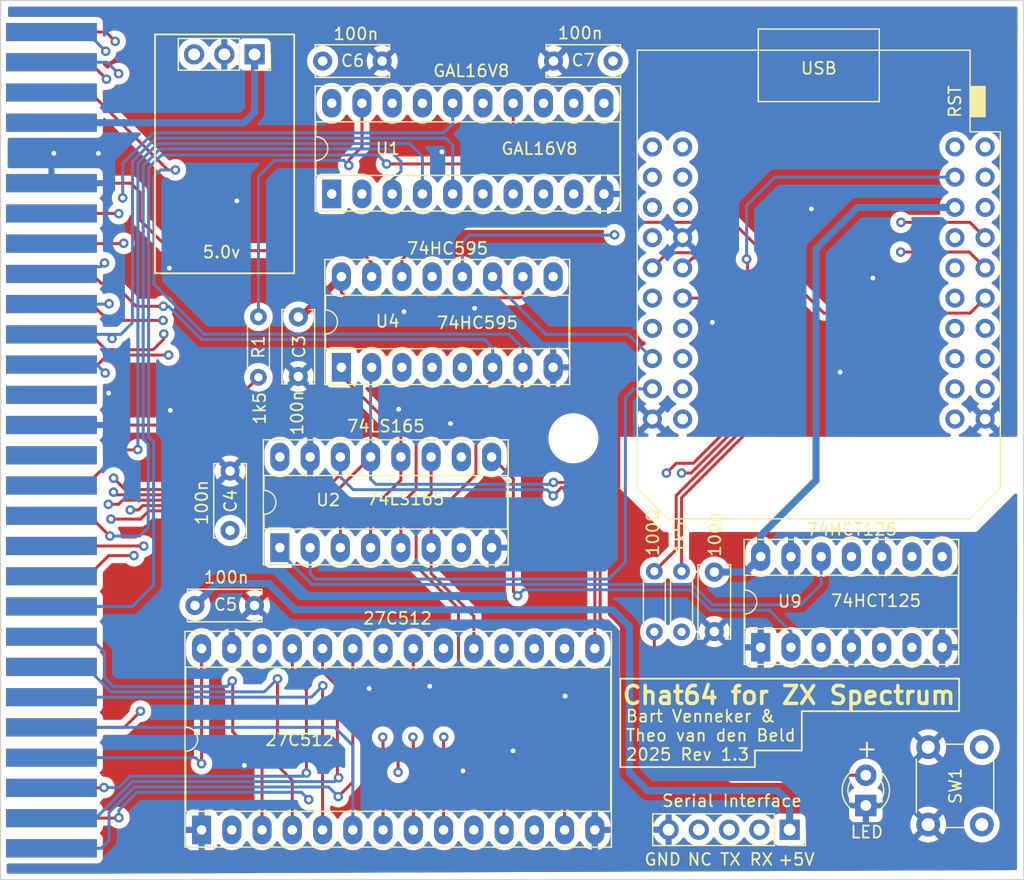
<source format=kicad_pcb>
(kicad_pcb (version 20240108) (generator "pcbnew") (generator_version "8.0")
  (layers (0 "F.Cu" signal) (1 "In1.Cu" signal) (2 "In2.Cu" signal) (31 "B.Cu" signal) (34 "B.Paste" user) (35 "F.Paste" user) (36 "B.SilkS" user "B.Silkscreen") (37 "F.SilkS" user "F.Silkscreen") (38 "B.Mask" user) (39 "F.Mask" user) (44 "Edge.Cuts" user))
  (net 0 "")
  (net 1 "GND")
  (net 2 "Net-(D1-Pad2)")
  (net 3 "RST")
  (net 4 "LED")
  (net 5 "iRST")
  (net 18 "sclk_1")
  (net 19 "oRST")
  (net 20 "oNMI")
  (net 21 "iIO1")
  (net 23 "RCLK")
  (net 25 "+5V")
  (net 30 "A2")
  (net 31 "A3")
  (net 32 "A4")
  (net 34 "A14")
  (net 35 "A15")
  (net 36 "D1")
  (net 37 "D2")
  (net 38 "D3")
  (net 39 "D4")
  (net 40 "D5")
  (net 42 "iIO2")
  (net 44 "D6")
  (net 45 "D7")
  (net 46 "RomCE")
  (net 51 "~{MREQ}")
  (net 53 "IO1")
  (net 55 "D0")
  (net 56 "IO2")
  (net 57 "~{NMI}")
  (net 58 "A5")
  (net 59 "A6")
  (net 62 "A8")
  (net 63 "A9")
  (net 64 "A10")
  (net 65 "A11")
  (net 67 "~{M1}")
  (net 74 "A12")
  (net 75 "A13")
  (net 76 "A7")
  (net 80 "~{RD}")
  (net 81 "~{RW}")
  (net 82 "A1")
  (net 83 "~{IORQ}")
  (net 84 "+9V")
  (net 85 "A0")
  (net 87 "Net-(R1-Pad1)")
  (net 88 "Net-(R2-Pad2)")
  (net 89 "sclk_2")
  (net 92 "oSdata")
  (net 93 "SPI CLK")
  (net 94 "MISO")
  (net 95 "MOSI")
  (net 96 "io26")
  (net 97 "io5")
  (net 98 "iSdata")
  (net 99 "iSdataH")
  (net 102 "+3V3")
  (net 104 "RX2")
  (net 105 "TX2")
  (footprint "Package_DIP:DIP-16_W7.62mm_Socket_LongPads" (layer "F.Cu") (at 85.167 94.43 90)
    (property "Reference" "U4")
    (property "Value" "74HC595")
  )
  (footprint "LED_THT:LED_D3.0mm" (layer "F.Cu") (at 129.198 131.242 90)
    (property "Reference" "D1" (hide yes))
    (property "Value" "LED")
  )
  (footprint "Capacitor_THT:C_Disc_D6.0mm_W2.5mm_P5.00mm" (layer "F.Cu") (at 107.975 68.7 180)
    (property "Reference" "C7")
    (property "Value" "100n")
  )
  (footprint "Resistor_THT:R_Axial_DIN0204_L3.6mm_D1.6mm_P5.08mm_Horizontal" (layer "F.Cu") (at 78.2 90.185 -90)
    (property "Reference" "R1")
    (property "Value" "1k5")
  )
  (footprint "Barts:ZX_Bus_Edge_Connector" (layer "F.Cu") (at 60.82 99.28 -90)
    (property "Reference" "Z1" (hide yes))
    (property "Value" "ZX48Bus" (hide yes))
  )
  (footprint "Capacitor_THT:C_Disc_D6.0mm_W2.5mm_P5.00mm" (layer "F.Cu") (at 81.55 90.2 -90)
    (property "Reference" "C3")
    (property "Value" "100n")
  )
  (footprint "Resistor_THT:R_Axial_DIN0204_L3.6mm_D1.6mm_P5.08mm_Horizontal" (layer "F.Cu") (at 113.7285 116.6495 90)
    (property "Reference" "R2" (hide yes))
    (property "Value" "1k5")
  )
  (footprint "Capacitor_THT:C_Disc_D6.0mm_W2.5mm_P5.00mm" (layer "F.Cu") (at 75.819 108.14 90)
    (property "Reference" "C4")
    (property "Value" "100n")
  )
  (footprint "MountingHole:MountingHole_3.2mm_M3" (layer "F.Cu") (at 104.648 100.3935)
    (property "Reference" "H1" (hide yes))
    (property "Value" "MountingHole" (hide yes))
  )
  (footprint "Resistor_THT:R_Axial_DIN0204_L3.6mm_D1.6mm_P5.08mm_Horizontal" (layer "F.Cu") (at 111.4425 111.5695 -90)
    (property "Reference" "R3" (hide yes))
    (property "Value" "100Ω")
  )
  (footprint "Capacitor_THT:C_Disc_D6.0mm_W2.5mm_P5.00mm" (layer "F.Cu") (at 83.591 68.7)
    (property "Reference" "C6")
    (property "Value" "100n")
  )
  (footprint "Package_DIP:DIP-20_W7.62mm_Socket_LongPads" (layer "F.Cu") (at 84.353 79.863 90)
    (property "Reference" "U1")
    (property "Value" "GAL16V8")
  )
  (footprint "Package_DIP:DIP-28_W15.24mm_Socket_LongPads" (layer "F.Cu") (at 73.425 133.295 90)
    (property "Reference" "U7" (hide yes))
    (property "Value" "27C512")
  )
  (footprint "Connector_PinSocket_2.54mm:PinSocket_1x05_P2.54mm_Vertical" (layer "F.Cu") (at 122.8 133.275 -90)
    (property "Reference" "J1" (hide yes))
    (property "Value" "Conn_01x05_Female" (hide yes))
  )
  (footprint "Package_DIP:DIP-14_W7.62mm_Socket_LongPads" (layer "F.Cu") (at 120.373 117.952 90)
    (property "Reference" "U9")
    (property "Value" "74HCT125")
  )
  (footprint "Capacitor_THT:C_Disc_D6.0mm_W2.5mm_P5.00mm" (layer "F.Cu") (at 116.478 111.63 -90)
    (property "Reference" "C8" (hide yes))
    (property "Value" "100n")
  )
  (footprint "Barts:5v_switching_TO220" (layer "F.Cu") (at 77.9 68.75 90)
    (property "Reference" "U5" (hide yes))
    (property "Value" "5v module (hx1314G based)" (hide yes))
  )
  (footprint "Capacitor_THT:C_Disc_D6.0mm_W2.5mm_P5.00mm" (layer "F.Cu") (at 72.87 114.44)
    (property "Reference" "C5")
    (property "Value" "100n")
  )
  (footprint "Button_Switch_THT:SW_PUSH_6mm" (layer "F.Cu") (at 134.438 132.842 90)
    (property "Reference" "SW1")
    (property "Value" "SW_Push" (hide yes))
  )
  (footprint "Barts:ESP32_mini" (layer "F.Cu") (at 125.250189 87.3455 180)
    (property "Reference" "U3" (hide yes))
    (property "Value" "mini_esp32" (hide yes))
  )
  (footprint "Package_DIP:DIP-16_W7.62mm_Socket_LongPads" (layer "F.Cu") (at 80 109.58 90)
    (property "Reference" "U2" (hide yes))
    (property "Value" "74LS165")
  )
  (gr_poly (pts (xy 137.033 123.317) (xy 123.825 123.317) (xy 123.825 126.619) (xy 119.888 126.619) (xy 119.888 128.016) (xy 108.585 128.016) (xy 108.585 120.5865) (xy 137.033 120.5865)) (stroke (width 0.15)) (fill none) (layer "F.SilkS"))
  (gr_rect (start 56.552 63.62) (end 142.447 137.47) (stroke (width 0.1)) (fill none) (layer "Edge.Cuts"))
  (gr_text "27C512" (at 89.875 115.525 0) (layer "F.SilkS") (effects (font (size 1 1))))
  (gr_text "74HC595" (at 94.075 84.45 0) (layer "F.SilkS") (effects (font (size 1 1))))
  (gr_text "Bart Venneker & \nTheo van den Beld \n2025 Rev 1.3" (at 108.966 125.349 0) (layer "F.SilkS") (effects (font (size 1 1)) (justify left)))
  (gr_text "Chat64 for ZX Spectrum" (at 122.7455 121.9835 0) (layer "F.SilkS") (effects (font (size 1.5 1.5) (thickness 0.3))))
  (gr_text "NC" (at 114.15 135.775 0) (layer "F.SilkS") (effects (font (size 1 1)) (justify left)))
  (gr_text "TX RX" (at 116.875 135.775 0) (layer "F.SilkS") (effects (font (size 1 1)) (justify left)))
  (gr_text "+" (at 129.2945 126.4175 0) (layer "F.SilkS") (effects (font (size 1.5 1.5) (thickness 0.17))))
  (gr_text "GAL16V8" (at 96.075 69.525 0) (layer "F.SilkS") (effects (font (size 1 1))))
  (gr_text "74HCT125" (at 128.025 108.05 0) (layer "F.SilkS") (effects (font (size 1 1))))
  (gr_text "Serial Interface" (at 112 130.85 0) (layer "F.SilkS") (effects (font (size 1 1)) (justify left)))
  (gr_text "+5V" (at 121.75 135.775 0) (layer "F.SilkS") (effects (font (size 1 1)) (justify left)))
  (gr_text "GND" (at 110.525 135.775 0) (layer "F.SilkS") (effects (font (size 1 1)) (justify left)))
  (gr_text "74LS165" (at 88.9 99.375 0) (layer "F.SilkS") (effects (font (size 1 1))))
  (via (at 70.725 86.1) (size 0.8) (drill 0.4) (layers "F.Cu" "B.Cu") (net 1))
  (via (at 77.02 127.87) (size 0.8) (drill 0.4) (layers "F.Cu" "B.Cu") (net 1))
  (via (at 124.632689 81.1255) (size 0.8) (drill 0.4) (layers "F.Cu" "B.Cu") (net 1))
  (via (at 99.575 126.65) (size 0.8) (drill 0.4) (layers "F.Cu" "B.Cu") (net 1))
  (via (at 93.599 76.327) (size 0.8) (drill 0.4) (layers "F.Cu" "B.Cu") (net 1))
  (via (at 61.0235 76.454) (size 0.8) (drill 0.4) (layers "F.Cu" "B.Cu") (net 1))
  (via (at 103.9495 122.047) (size 0.8) (drill 0.4) (layers "F.Cu" "B.Cu") (net 1))
  (via (at 89.975 97.95) (size 0.8) (drill 0.4) (layers "F.Cu" "B.Cu") (net 1))
  (via (at 65.625 96.6) (size 0.8) (drill 0.4) (layers "F.Cu" "B.Cu") (net 1))
  (via (at 96.357 89.47) (size 0.8) (drill 0.4) (layers "F.Cu" "B.Cu") (net 1))
  (via (at 127.045689 94.8415) (size 0.8) (drill 0.4) (layers "F.Cu" "B.Cu") (net 1))
  (via (at 116.314189 90.6505) (size 0.8) (drill 0.4) (layers "F.Cu" "B.Cu") (net 1))
  (via (at 92.583 121.2215) (size 0.8) (drill 0.4) (layers "F.Cu" "B.Cu") (net 1))
  (via (at 95.377 128.3335) (size 0.8) (drill 0.4) (layers "F.Cu" "B.Cu") (net 1))
  (via (at 64.77 76.46) (size 0.8) (drill 0.4) (layers "F.Cu" "B.Cu") (net 1))
  (via (at 129.794 86.9315) (size 0.8) (drill 0.4) (layers "F.Cu" "B.Cu") (net 1))
  (via (at 90.425 89.75) (size 0.8) (drill 0.4) (layers "F.Cu" "B.Cu") (net 1))
  (via (at 70.8 98.05) (size 0.8) (drill 0.4) (layers "F.Cu" "B.Cu") (net 1))
  (via (at 94.325 99.15) (size 0.8) (drill 0.4) (layers "F.Cu" "B.Cu") (net 1))
  (via (at 76.3905 80.4545) (size 0.8) (drill 0.4) (layers "F.Cu" "B.Cu") (net 1))
  (via (at 87.503 121.412) (size 0.8) (drill 0.4) (layers "F.Cu" "B.Cu") (net 1))
  (segment (start 118.052 128.702) (end 129.198 128.702) (width 0.25) (layer "F.Cu") (net 2))
  (segment (start 111.4425 122.0925) (end 118.052 128.702) (width 0.25) (layer "F.Cu") (net 2))
  (segment (start 111.4425 116.6495) (end 111.4425 122.0925) (width 0.25) (layer "F.Cu") (net 2))
  (segment (start 99.593 75.413) (end 99.593 72.243) (width 0.25) (layer "F.Cu") (net 3))
  (segment (start 97.663 77.343) (end 99.593 75.413) (width 0.25) (layer "F.Cu") (net 3))
  (segment (start 88.9635 77.343) (end 97.663 77.343) (width 0.25) (layer "F.Cu") (net 3))
  (via (at 88.9635 77.343) (size 0.8) (drill 0.4) (layers "F.Cu" "B.Cu") (net 3))
  (segment (start 68.97606 100.280842) (end 69.394031 100.698814) (width 0.25) (layer "B.Cu") (net 3))
  (segment (start 70.056653 76.597629) (end 68.97606 77.678222) (width 0.25) (layer "B.Cu") (net 3))
  (segment (start 68.97606 77.678222) (end 68.97606 100.280842) (width 0.25) (layer "B.Cu") (net 3))
  (segment (start 69.394031 112.730969) (end 67.605 114.52) (width 0.25) (layer "B.Cu") (net 3))
  (segment (start 88.218129 76.597629) (end 70.056653 76.597629) (width 0.25) (layer "B.Cu") (net 3))
  (segment (start 69.394031 100.698814) (end 69.394031 112.730969) (width 0.25) (layer "B.Cu") (net 3))
  (segment (start 67.605 114.52) (end 60.82 114.52) (width 0.25) (layer "B.Cu") (net 3))
  (segment (start 88.9635 77.343) (end 88.218129 76.597629) (width 0.25) (layer "B.Cu") (net 3))
  (segment (start 116.9945 84.8) (end 118.82452 86.63002) (width 0.25) (layer "F.Cu") (net 4))
  (segment (start 113.27898 109.73302) (end 111.4425 111.5695) (width 0.25) (layer "F.Cu") (net 4))
  (segment (start 118.82452 86.63002) (end 118.82452 99.65048) (width 0.25) (layer "F.Cu") (net 4))
  (segment (start 113.27898 105.196021) (end 113.27898 109.73302) (width 0.25) (layer "F.Cu") (net 4))
  (segment (start 111.280189 86.0755) (end 112.555689 84.8) (width 0.25) (layer "F.Cu") (net 4))
  (segment (start 118.82452 99.65048) (end 113.27898 105.196021) (width 0.25) (layer "F.Cu") (net 4))
  (segment (start 112.555689 84.8) (end 116.9945 84.8) (width 0.25) (layer "F.Cu") (net 4))
  (segment (start 82.54 111.765) (end 82.99548 112.22048) (width 0.25) (layer "B.Cu") (net 18))
  (segment (start 109.0125 110.8125) (end 109.0125 96.9625) (width 0.25) (layer "B.Cu") (net 18))
  (segment (start 111.280189 96.2355) (end 109.7395 96.2355) (width 0.25) (layer "B.Cu") (net 18))
  (segment (start 82.99548 112.22048) (end 107.60452 112.22048) (width 0.25) (layer "B.Cu") (net 18))
  (segment (start 82.54 109.58) (end 82.54 111.765) (width 0.25) (layer "B.Cu") (net 18))
  (segment (start 107.60452 112.22048) (end 109.0125 110.8125) (width 0.25) (layer "B.Cu") (net 18))
  (segment (start 109.7395 96.2355) (end 109.0125 96.9625) (width 0.25) (layer "B.Cu") (net 18))
  (segment (start 137.934689 82.25) (end 139.220189 83.5355) (width 0.25) (layer "F.Cu") (net 23))
  (segment (start 132.15 82.25) (end 137.934689 82.25) (width 0.25) (layer "F.Cu") (net 23))
  (via (at 132.15 82.25) (size 0.8) (drill 0.4) (layers "F.Cu" "B.Cu") (net 23))
  (via (at 108.1 83.3) (size 0.8) (drill 0.4) (layers "F.Cu" "B.Cu") (net 23))
  (segment (start 95.327 86.81) (end 95.327 83.898) (width 0.25) (layer "B.Cu") (net 23))
  (segment (start 95.9 83.325) (end 98.575 83.325) (width 0.25) (layer "B.Cu") (net 23))
  (segment (start 98.575 83.325) (end 107.525 83.325) (width 0.25) (layer "B.Cu") (net 23))
  (segment (start 95.327 83.898) (end 95.9 83.325) (width 0.25) (layer "B.Cu") (net 23))
  (segment (start 108.075 83.325) (end 108.1 83.3) (width 0.25) (layer "B.Cu") (net 23))
  (segment (start 107.525 83.325) (end 108.075 83.325) (width 0.25) (layer "B.Cu") (net 23))
  (segment (start 85.612489 88.585489) (end 85.167 88.14) (width 0.25) (layer "F.Cu") (net 25))
  (segment (start 81.55 90.2) (end 81.777 90.2) (width 0.6) (layer "F.Cu") (net 25))
  (segment (start 73.425 127.725) (end 73.425 118.055) (width 0.25) (layer "F.Cu") (net 25))
  (segment (start 100.131511 88.585489) (end 85.612489 88.585489) (width 0.25) (layer "F.Cu") (net 25))
  (segment (start 100.407 88.31) (end 100.131511 88.585489) (width 0.25) (layer "F.Cu") (net 25))
  (segment (start 100.407 86.81) (end 100.407 88.31) (width 0.25) (layer "F.Cu") (net 25))
  (segment (start 81.777 90.2) (end 85.167 86.81) (width 0.6) (layer "F.Cu") (net 25))
  (segment (start 85.167 88.14) (end 85.167 86.81) (width 0.25) (layer "F.Cu") (net 25))
  (via (at 73.425 127.725) (size 0.8) (drill 0.4) (layers "F.Cu" "B.Cu") (net 25))
  (segment (start 79.075 112.6) (end 81.275 114.8) (width 0.6) (layer "B.Cu") (net 25))
  (segment (start 60.82 127.22) (end 72.92 127.22) (width 0.25) (layer "B.Cu") (net 25))
  (segment (start 109.347 128.4605) (end 110.8865 130) (width 0.6) (layer "B.Cu") (net 25))
  (segment (start 110.8865 130) (end 121.7905 130) (width 0.6) (layer "B.Cu") (net 25))
  (segment (start 121.7905 130) (end 122.8 131.0095) (width 0.6) (layer "B.Cu") (net 25))
  (segment (start 122.8 131.0095) (end 122.8 133.275) (width 0.6) (layer "B.Cu") (net 25))
  (segment (start 72.87 114.44) (end 74.71 112.6) (width 0.6) (layer "B.Cu") (net 25))
  (segment (start 107.942 114.8) (end 109.347 116.205) (width 0.6) (layer "B.Cu") (net 25))
  (segment (start 109.347 116.205) (end 109.347 128.4605) (width 0.6) (layer "B.Cu") (net 25))
  (segment (start 81.275 114.8) (end 107.942 114.8) (width 0.6) (layer "B.Cu") (net 25))
  (segment (start 74.71 112.6) (end 79.075 112.6) (width 0.6) (layer "B.Cu") (net 25))
  (segment (start 72.92 127.22) (end 73.425 127.725) (width 0.25) (layer "B.Cu") (net 25))
  (segment (start 91.205 125.535) (end 91.205 133.295) (width 0.25) (layer "F.Cu") (net 30))
  (segment (start 91.17 125.5) (end 91.205 125.535) (width 0.25) (layer "F.Cu") (net 30))
  (via (at 91.17 125.5) (size 0.8) (drill 0.4) (layers "F.Cu" "B.Cu") (net 30))
  (via (at 65.913 92.0115) (size 0.8) (drill 0.4) (layers "F.Cu" "B.Cu") (net 30))
  (segment (start 67.6275 77.119629) (end 69.563129 75.184) (width 0.25) (layer "B.Cu") (net 30))
  (segment (start 64.677 91.66) (end 65.1805 91.66) (width 0.25) (layer "B.Cu") (net 30))
  (segment (start 65.1805 91.66) (end 65.5615 91.66) (width 0.25) (layer "B.Cu") (net 30))
  (segment (start 65.5615 91.66) (end 65.913 92.0115) (width 0.25) (layer "B.Cu") (net 30))
  (segment (start 94.513 75.756) (end 94.513 79.863) (width 0.25) (layer "B.Cu") (net 30))
  (segment (start 66.65 91.66) (end 67.6275 90.6825) (width 0.25) (layer "B.Cu") (net 30))
  (segment (start 93.941 75.184) (end 94.513 75.756) (width 0.25) (layer "B.Cu") (net 30))
  (segment (start 69.563129 75.184) (end 93.941 75.184) (width 0.25) (layer "B.Cu") (net 30))
  (segment (start 67.6275 90.6825) (end 67.6275 77.119629) (width 0.25) (layer "B.Cu") (net 30))
  (segment (start 65.1805 91.66) (end 66.65 91.66) (width 0.25) (layer "B.Cu") (net 30))
  (segment (start 60.82 91.66) (end 64.677 91.66) (width 0.25) (layer "B.Cu") (net 30))
  (segment (start 88.665 125.525) (end 88.665 133.295) (width 0.25) (layer "F.Cu") (net 31))
  (segment (start 88.64 125.5) (end 88.665 125.525) (width 0.25) (layer "F.Cu") (net 31))
  (via (at 88.64 125.5) (size 0.8) (drill 0.4) (layers "F.Cu" "B.Cu") (net 31))
  (via (at 65.33 94.91) (size 0.8) (drill 0.4) (layers "F.Cu" "B.Cu") (net 31))
  (segment (start 64.62 94.2) (end 65.33 94.91) (width 0.25) (layer "B.Cu") (net 31))
  (segment (start 60.82 94.2) (end 64.62 94.2) (width 0.25) (layer "B.Cu") (net 31))
  (segment (start 84.61 124.68) (end 86.125 126.195) (width 0.25) (layer "B.Cu") (net 32))
  (segment (start 86.125 126.195) (end 86.125 133.295) (width 0.25) (layer "B.Cu") (net 32))
  (segment (start 60.82 124.68) (end 84.61 124.68) (width 0.25) (layer "B.Cu") (net 32))
  (via (at 65.38 67.88) (size 0.8) (drill 0.4) (layers "F.Cu" "B.Cu") (net 34))
  (segment (start 63.76 66.26) (end 65.38 67.88) (width 0.25) (layer "B.Cu") (net 34))
  (segment (start 60.82 66.26) (end 63.76 66.26) (width 0.25) (layer "B.Cu") (net 34))
  (segment (start 65.39 66.26) (end 60.82 66.26) (width 0.25) (layer "F.Cu") (net 35))
  (segment (start 66.17 67.04) (end 65.39 66.26) (width 0.25) (layer "F.Cu") (net 35))
  (via (at 66.17 67.04) (size 0.8) (drill 0.4) (layers "F.Cu" "B.Cu") (net 35))
  (segment (start 66.46 81.5) (end 60.82 81.5) (width 0.25) (layer "F.Cu") (net 36))
  (segment (start 65.6 105.94) (end 66.45 105.94) (width 0.25) (layer "F.Cu") (net 36))
  (segment (start 90.16 103.9) (end 90.16 101.96) (width 0.25) (layer "F.Cu") (net 36))
  (segment (start 88.46856 105.59144) (end 90.16 103.9) (width 0.25) (layer "F.Cu") (net 36))
  (segment (start 66.45 105.94) (end 66.79856 105.59144) (width 0.25) (layer "F.Cu") (net 36))
  (segment (start 90.16 101.96) (end 90.16 100.14) (width 0.25) (layer "F.Cu") (net 36))
  (segment (start 66.48 81.52) (end 66.46 81.5) (width 0.25) (layer "F.Cu") (net 36))
  (segment (start 66.79856 105.59144) (end 88.46856 105.59144) (width 0.25) (layer "F.Cu") (net 36))
  (segment (start 85.167 94.43) (end 85.167 95.147) (width 0.25) (layer "F.Cu") (net 36))
  (segment (start 85.167 95.147) (end 90.16 100.14) (width 0.25) (layer "F.Cu") (net 36))
  (via (at 65.6 105.94) (size 0.8) (drill 0.4) (layers "F.Cu" "B.Cu") (net 36))
  (via (at 66.48 81.52) (size 0.8) (drill 0.4) (layers "F.Cu" "B.Cu") (net 36))
  (segment (start 107.925 126.465) (end 105.045 129.345) (width 0.25) (layer "F.Cu") (net 37))
  (segment (start 107.925 116.525) (end 107.925 126.465) (width 0.25) (layer "F.Cu") (net 37))
  (segment (start 66.86 84.04) (end 60.82 84.04) (width 0.25) (layer "F.Cu") (net 37))
  (segment (start 84.092859 105.122859) (end 84.457141 105.122859) (width 0.25) (layer "F.Cu") (net 37))
  (segment (start 102.975 104.1) (end 105.65 104.1) (width 0.25) (layer "F.Cu") (net 37))
  (segment (start 103.905 130.485) (end 103.905 133.295) (width 0.25) (layer "F.Cu") (net 37))
  (segment (start 66.03 104.92) (end 66.25192 105.14192) (width 0.25) (layer "F.Cu") (net 37))
  (segment (start 66.89 84.01) (end 66.86 84.04) (width 0.25) (layer "F.Cu") (net 37))
  (segment (start 105.65 104.1) (end 106.89452 105.34452) (width 0.25) (layer "F.Cu") (net 37))
  (segment (start 106.89452 115.49452) (end 107.925 116.525) (width 0.25) (layer "F.Cu") (net 37))
  (segment (start 105.045 129.345) (end 103.905 130.485) (width 0.25) (layer "F.Cu") (net 37))
  (segment (start 84.457141 105.122859) (end 87.62 101.96) (width 0.25) (layer "F.Cu") (net 37))
  (segment (start 66.25192 105.14192) (end 84.073798 105.14192) (width 0.25) (layer "F.Cu") (net 37))
  (segment (start 84.073798 105.14192) (end 84.092859 105.122859) (width 0.25) (layer "F.Cu") (net 37))
  (segment (start 106.89452 105.34452) (end 106.89452 115.49452) (width 0.25) (layer "F.Cu") (net 37))
  (via (at 102.975 104.1) (size 0.8) (drill 0.4) (layers "F.Cu" "B.Cu") (net 37))
  (via (at 66.03 104.92) (size 0.8) (drill 0.4) (layers "F.Cu" "B.Cu") (net 37))
  (via (at 66.89 84.01) (size 0.8) (drill 0.4) (layers "F.Cu" "B.Cu") (net 37))
  (segment (start 87.62 103.82) (end 88.06048 104.26048) (width 0.25) (layer "B.Cu") (net 37))
  (segment (start 102.81452 104.26048) (end 102.975 104.1) (width 0.25) (layer "B.Cu") (net 37))
  (segment (start 87.62 101.96) (end 87.62 94.517) (width 0.25) (layer "B.Cu") (net 37))
  (segment (start 88.06048 104.26048) (end 101.53952 104.26048) (width 0.25) (layer "B.Cu") (net 37))
  (segment (start 101.53952 104.26048) (end 102.81452 104.26048) (width 0.25) (layer "B.Cu") (net 37))
  (segment (start 87.62 94.517) (end 87.707 94.43) (width 0.25) (layer "B.Cu") (net 37))
  (segment (start 87.62 101.96) (end 87.62 103.82) (width 0.25) (layer "B.Cu") (net 37))
  (segment (start 102.95 105.225) (end 103.62548 104.54952) (width 0.25) (layer "F.Cu") (net 38))
  (segment (start 70.25 92.056) (end 70.25 91.63) (width 0.25) (layer "F.Cu") (net 38))
  (segment (start 65.39148 92.95048) (end 69.35552 92.95048) (width 0.25) (layer "F.Cu") (net 38))
  (segment (start 60.82 91.66) (end 64.101 91.66) (width 0.25) (layer "F.Cu") (net 38))
  (segment (start 66.99402 104.6924) (end 83.8176 104.6924) (width 0.25) (layer "F.Cu") (net 38))
  (segment (start 105.463802 104.54952) (end 106.445 105.530718) (width 0.25) (layer "F.Cu") (net 38))
  (segment (start 64.101 91.66) (end 65.39148 92.95048) (width 0.25) (layer "F.Cu") (net 38))
  (segment (start 66.04162 103.74) (end 66.99402 104.6924) (width 0.25) (layer "F.Cu") (net 38))
  (segment (start 106.445 105.530718) (end 106.445 118.055) (width 0.25) (layer "F.Cu") (net 38))
  (segment (start 83.8176 104.6924) (end 85.08 103.43) (width 0.25) (layer "F.Cu") (net 38))
  (segment (start 85.08 103.43) (end 85.08 101.96) (width 0.25) (layer "F.Cu") (net 38))
  (segment (start 69.35552 92.95048) (end 70.25 92.056) (width 0.25) (layer "F.Cu") (net 38))
  (segment (start 64.42 91.66) (end 60.82 91.66) (width 0.25) (layer "F.Cu") (net 38))
  (segment (start 103.62548 104.54952) (end 105.463802 104.54952) (width 0.25) (layer "F.Cu") (net 38))
  (via (at 102.95 105.225) (size 0.8) (drill 0.4) (layers "F.Cu" "B.Cu") (net 38))
  (via (at 70.25 91.63) (size 0.8) (drill 0.4) (layers "F.Cu" "B.Cu") (net 38))
  (via (at 66.04162 103.74) (size 0.8) (drill 0.4) (layers "F.Cu" "B.Cu") (net 38))
  (segment (start 101.515 104.71) (end 102.435 104.71) (width 0.25) (layer "B.Cu") (net 38))
  (segment (start 102.435 104.71) (end 102.95 105.225) (width 0.25) (layer "B.Cu") (net 38))
  (segment (start 101.515 104.71) (end 86.15 104.71) (width 0.25) (layer "B.Cu") (net 38))
  (segment (start 85.08 103.64) (end 85.08 101.96) (width 0.25) (layer "B.Cu") (net 38))
  (segment (start 86.15 104.71) (end 85.08 103.64) (width 0.25) (layer "B.Cu") (net 38))
  (segment (start 83.73048 106.49048) (end 68.99952 106.49048) (width 0.25) (layer "F.Cu") (net 39))
  (segment (start 64.72 94.2) (end 60.82 94.2) (width 0.25) (layer "F.Cu") (net 39))
  (segment (start 70.66 93.4) (end 65.52 93.4) (width 0.25) (layer "F.Cu") (net 39))
  (segment (start 68.31 107.18) (end 65.82 107.18) (width 0.25) (layer "F.Cu") (net 39))
  (segment (start 85.08 109.58) (end 85.08 107.84) (width 0.25) (layer "F.Cu") (net 39))
  (segment (start 85.08 107.84) (end 83.73048 106.49048) (width 0.25) (layer "F.Cu") (net 39))
  (segment (start 65.52 93.4) (end 64.72 94.2) (width 0.25) (layer "F.Cu") (net 39))
  (segment (start 68.99952 106.49048) (end 68.31 107.18) (width 0.25) (layer "F.Cu") (net 39))
  (via (at 70.66 93.4) (size 0.8) (drill 0.4) (layers "F.Cu" "B.Cu") (net 39))
  (via (at 65.82 107.18) (size 0.8) (drill 0.4) (layers "F.Cu" "B.Cu") (net 39))
  (segment (start 65.57 90.49) (end 70.2 90.49) (width 0.25) (layer "F.Cu") (net 40))
  (segment (start 64.423 89.12) (end 60.82 89.12) (width 0.25) (layer "F.Cu") (net 40))
  (segment (start 86.68096 106.04096) (end 87.62 106.98) (width 0.25) (layer "F.Cu") (net 40))
  (segment (start 64.2 89.12) (end 65.11 90.03) (width 0.25) (layer "F.Cu") (net 40))
  (segment (start 65.11 90.03) (end 65.57 90.49) (width 0.25) (layer "F.Cu") (net 40))
  (segment (start 60.82 89.12) (end 64.2 89.12) (width 0.25) (layer "F.Cu") (net 40))
  (segment (start 87.62 106.98) (end 87.62 109.58) (width 0.25) (layer "F.Cu") (net 40))
  (segment (start 68.12594 106.41) (end 68.49498 106.04096) (width 0.25) (layer "F.Cu") (net 40))
  (segment (start 67.44 106.41) (end 68.12594 106.41) (width 0.25) (layer "F.Cu") (net 40))
  (segment (start 68.49498 106.04096) (end 86.68096 106.04096) (width 0.25) (layer "F.Cu") (net 40))
  (via (at 70.2 90.49) (size 0.8) (drill 0.4) (layers "F.Cu" "B.Cu") (net 40))
  (via (at 67.44 106.41) (size 0.8) (drill 0.4) (layers "F.Cu" "B.Cu") (net 40))
  (segment (start 91.44 104.67) (end 90.15 105.96) (width 0.25) (layer "F.Cu") (net 44))
  (segment (start 60.82 86.58) (end 64.21 86.58) (width 0.25) (layer "F.Cu") (net 44))
  (segment (start 97.867 94.43) (end 97.867 95.45) (width 0.25) (layer "F.Cu") (net 44))
  (segment (start 90.16 105.97) (end 90.16 109.58) (width 0.25) (layer "F.Cu") (net 44))
  (segment (start 67.94 89.3) (end 70.22 89.3) (width 0.25) (layer "F.Cu") (net 44))
  (segment (start 91.44 98.69) (end 91.44 104.67) (width 0.25) (layer "F.Cu") (net 44))
  (segment (start 97.867 95.45) (end 96.667 96.65) (width 0.25) (layer "F.Cu") (net 44))
  (segment (start 64.21 86.58) (end 64.91975 87.28975) (width 0.25) (layer "F.Cu") (net 44))
  (segment (start 96.667 96.65) (end 93.48 96.65) (width 0.25) (layer "F.Cu") (net 44))
  (segment (start 67.84 89.2) (end 67.94 89.3) (width 0.25) (layer "F.Cu") (net 44))
  (segment (start 66.016 87.376) (end 67.84 89.2) (width 0.25) (layer "F.Cu") (net 44))
  (segment (start 93.48 96.65) (end 91.44 98.69) (width 0.25) (layer "F.Cu") (net 44))
  (segment (start 90.15 105.96) (end 90.16 105.97) (width 0.25) (layer "F.Cu") (net 44))
  (segment (start 65.006 87.376) (end 66.016 87.376) (width 0.25) (layer "F.Cu") (net 44))
  (segment (start 65.006 87.376) (end 64.91975 87.28975) (width 0.25) (layer "F.Cu") (net 44))
  (via (at 70.22 89.3) (size 0.8) (drill 0.4) (layers "F.Cu" "B.Cu") (net 44))
  (segment (start 70.65 89.3) (end 70.22 89.3) (width 0.25) (layer "B.Cu") (net 44))
  (segment (start 97.867 92.777) (end 97.17952 92.08952) (width 0.25) (layer "B.Cu") (net 44))
  (segment (start 97.17952 92.08952) (end 73.43952 92.08952) (width 0.25) (layer "B.Cu") (net 44))
  (segment (start 73.43952 92.08952) (end 70.65 89.3) (width 0.25) (layer "B.Cu") (net 44))
  (segment (start 97.867 94.43) (end 97.867 92.777) (width 0.25) (layer "B.Cu") (net 44))
  (segment (start 92.7 109.58) (end 92.7 111.749282) (width 0.25) (layer "F.Cu") (net 45))
  (segment (start 96.285 115.334282) (end 96.285 118.055) (width 0.25) (layer "F.Cu") (net 45))
  (segment (start 92.7 107.189386) (end 96.46 103.429386) (width 0.25) (layer "F.Cu") (net 45))
  (segment (start 64.08 71.34) (end 60.82 71.34) (width 0.25) (layer "F.Cu") (net 45))
  (segment (start 92.7 111.749282) (end 96.285 115.334282) (width 0.25) (layer "F.Cu") (net 45))
  (segment (start 96.46 99.987) (end 100.34 96.107) (width 0.25) (layer "F.Cu") (net 45))
  (segment (start 92.7 109.58) (end 92.7 107.189386) (width 0.25) (layer "F.Cu") (net 45))
  (segment (start 71.23 77.85) (end 70.59 77.85) (width 0.25) (layer "F.Cu") (net 45))
  (segment (start 70.59 77.85) (end 64.08 71.34) (width 0.25) (layer "F.Cu") (net 45))
  (segment (start 100.34 96.107) (end 100.34 94.45) (width 0.25) (layer "F.Cu") (net 45))
  (segment (start 96.46 103.429386) (end 96.46 99.987) (width 0.25) (layer "F.Cu") (net 45))
  (via (at 71.23 77.85) (size 0.8) (drill 0.4) (layers "F.Cu" "B.Cu") (net 45))
  (segment (start 71.23 77.85) (end 70 77.85) (width 0.25) (layer "B.Cu") (net 45))
  (segment (start 69.42558 78.42442) (end 69.42558 87.439862) (width 0.25) (layer "B.Cu") (net 45))
  (segment (start 70 77.85) (end 69.42558 78.42442) (width 0.25) (layer "B.Cu") (net 45))
  (segment (start 69.42558 87.439862) (end 73.625718 91.64) (width 0.25) (layer "B.Cu") (net 45))
  (segment (start 73.625718 91.64) (end 99.23 91.64) (width 0.25) (layer "B.Cu") (net 45))
  (segment (start 99.23 91.64) (end 100.407 92.817) (width 0.25) (layer "B.Cu") (net 45))
  (segment (start 100.407 92.817) (end 100.407 94.43) (width 0.25) (layer "B.Cu") (net 45))
  (via (at 66.802 80.2005) (size 0.8) (drill 0.4) (layers "F.Cu" "B.Cu") (net 46))
  (segment (start 93.73448 74.73448) (end 94.513 73.95596) (width 0.25) (layer "B.Cu") (net 46))
  (segment (start 94.513 73.95596) (end 94.513 72.243) (width 0.25) (layer "B.Cu") (net 46))
  (segment (start 66.802 77.309411) (end 66.802 80.2005) (width 0.25) (layer "B.Cu") (net 46))
  (segment (start 69.376931 74.73448) (end 66.802 77.309411) (width 0.25) (layer "B.Cu") (net 46))
  (segment (start 93.73448 74.73448) (end 69.376931 74.73448) (width 0.25) (layer "B.Cu") (net 46))
  (segment (start 66.71 101.37) (end 68.048 101.37) (width 0.25) (layer "F.Cu") (net 51))
  (segment (start 60.82 104.36) (end 63.72 104.36) (width 0.25) (layer "F.Cu") (net 51))
  (segment (start 65.05 103.03) (end 66.71 101.37) (width 0.25) (layer "F.Cu") (net 51))
  (segment (start 68.048 101.37) (end 68.072 101.346) (width 0.25) (layer "F.Cu") (net 51))
  (segment (start 63.72 104.36) (end 65.05 103.03) (width 0.25) (layer "F.Cu") (net 51))
  (via (at 68.072 101.346) (size 0.8) (drill 0.4) (layers "F.Cu" "B.Cu") (net 51))
  (segment (start 68.07702 77.305827) (end 69.749327 75.63352) (width 0.25) (layer "B.Cu") (net 51))
  (segment (start 90.90852 75.63352) (end 91.973 76.698) (width 0.25) (layer "B.Cu") (net 51))
  (segment (start 91.973 76.698) (end 91.973 79.863) (width 0.25) (layer "B.Cu") (net 51))
  (segment (start 68.07702 101.34098) (end 68.07702 77.305827) (width 0.25) (layer "B.Cu") (net 51))
  (segment (start 69.749327 75.63352) (end 90.90852 75.63352) (width 0.25) (layer "B.Cu") (net 51))
  (segment (start 68.072 101.346) (end 68.07702 101.34098) (width 0.25) (layer "B.Cu") (net 51))
  (segment (start 80 109.58) (end 80 109.98) (width 0.25) (layer "B.Cu") (net 53))
  (segment (start 82.69 112.67) (end 114.60904 112.67) (width 0.25) (layer "B.Cu") (net 53))
  (segment (start 114.60904 112.67) (end 116.31952 114.38048) (width 0.25) (layer "B.Cu") (net 53))
  (segment (start 116.31952 114.38048) (end 123.72952 114.38048) (width 0.25) (layer "B.Cu") (net 53))
  (segment (start 125.453 112.657) (end 125.453 110.332) (width 0.25) (layer "B.Cu") (net 53))
  (segment (start 80 109.98) (end 82.69 112.67) (width 0.25) (layer "B.Cu") (net 53))
  (segment (start 123.72952 114.38048) (end 125.453 112.657) (width 0.25) (layer "B.Cu") (net 53))
  (segment (start 87.707 86.81) (end 87.707 85.632) (width 0.25) (layer "F.Cu") (net 55))
  (segment (start 94.996 124.333) (end 98.825 128.162) (width 0.25) (layer "F.Cu") (net 55))
  (segment (start 98.825 128.162) (end 98.825 133.295) (width 0.25) (layer "F.Cu") (net 55))
  (segment (start 70.825 84.625) (end 68.25 82.05) (width 0.25) (layer "F.Cu") (net 55))
  (segment (start 91.4435 106.2965) (end 91.4435 111.1285) (width 0.25) (layer "F.Cu") (net 55))
  (segment (start 87.707 85.632) (end 86.7 84.625) (width 0.25) (layer "F.Cu") (net 55))
  (segment (start 91.4435 111.1285) (end 94.996 114.681) (width 0.25) (layer "F.Cu") (net 55))
  (segment (start 68.25 82.05) (end 68.25 79.725) (width 0.25) (layer "F.Cu") (net 55))
  (segment (start 92.7 101.96) (end 92.7 105.04) (width 0.25) (layer "F.Cu") (net 55))
  (segment (start 86.7 84.625) (end 70.825 84.625) (width 0.25) (layer "F.Cu") (net 55))
  (segment (start 67.485 78.96) (end 60.82 78.96) (width 0.25) (layer "F.Cu") (net 55))
  (segment (start 94.996 114.681) (end 94.996 124.333) (width 0.25) (layer "F.Cu") (net 55))
  (segment (start 92.7 105.04) (end 91.4435 106.2965) (width 0.25) (layer "F.Cu") (net 55))
  (segment (start 68.25 79.725) (end 67.485 78.96) (width 0.25) (layer "F.Cu") (net 55))
  (segment (start 74.185 99.28) (end 78.2 95.265) (width 0.25) (layer "F.Cu") (net 57))
  (segment (start 60.82 99.28) (end 74.185 99.28) (width 0.25) (layer "F.Cu") (net 57))
  (segment (start 83.585 133.295) (end 83.585 121.205) (width 0.25) (layer "F.Cu") (net 58))
  (segment (start 83.585 121.205) (end 83.61 121.18) (width 0.25) (layer "F.Cu") (net 58))
  (via (at 83.61 121.18) (size 0.8) (drill 0.4) (layers "F.Cu" "B.Cu") (net 58))
  (segment (start 82.9005 121.8895) (end 83.61 121.18) (width 0.25) (layer "B.Cu") (net 58))
  (segment (start 82.65 122.14) (end 82.9005 121.8895) (width 0.25) (layer "B.Cu") (net 58))
  (segment (start 60.82 122.14) (end 82.65 122.14) (width 0.25) (layer "B.Cu") (net 58))
  (segment (start 81.045 129.135) (end 79.8 127.89) (width 0.25) (layer "F.Cu") (net 59))
  (segment (start 81.045 133.295) (end 81.045 129.135) (width 0.25) (layer "F.Cu") (net 59))
  (segment (start 79.8 127.89) (end 79.8 120.6) (width 0.25) (layer "F.Cu") (net 59))
  (via (at 79.8 120.6) (size 0.8) (drill 0.4) (layers "F.Cu" "B.Cu") (net 59))
  (segment (start 63.88602 119.6) (end 63.88602 119.76602) (width 0.25) (layer "B.Cu") (net 59))
  (segment (start 65.81048 121.69048) (end 78.70952 121.69048) (width 0.25) (layer "B.Cu") (net 59))
  (segment (start 63.88602 119.76602) (end 65.81048 121.69048) (width 0.25) (layer "B.Cu") (net 59))
  (segment (start 78.70952 121.69048) (end 79.8 120.6) (width 0.25) (layer "B.Cu") (net 59))
  (segment (start 60.82 119.6) (end 63.88602 119.6) (width 0.25) (layer "B.Cu") (net 59))
  (segment (start 65.200002 129.76) (end 65.229502 129.7305) (width 0.25) (layer "F.Cu") (net 62))
  (segment (start 82.23 128.51) (end 82.23 121.57) (width 0.25) (layer "F.Cu") (net 62))
  (segment (start 81.045 120.385) (end 81.045 118.055) (width 0.25) (layer "F.Cu") (net 62))
  (segment (start 82.23 121.57) (end 81.045 120.385) (width 0.25) (layer "F.Cu") (net 62))
  (segment (start 60.82 129.76) (end 65.200002 129.76) (width 0.25) (layer "F.Cu") (net 62))
  (via (at 82.23 128.51) (size 0.8) (drill 0.4) (layers "F.Cu" "B.Cu") (net 62))
  (via (at 65.229502 129.7305) (size 0.8) (drill 0.4) (layers "F.Cu" "B.Cu") (net 62))
  (segment (start 67.443991 128.784991) (end 81.955009 128.784991) (width 0.25) (layer "B.Cu") (net 62))
  (segment (start 65.229502 129.7305) (end 66.4845 129.7305) (width 0.25) (layer "B.Cu") (net 62))
  (segment (start 81.955009 128.784991) (end 82.23 128.51) (width 0.25) (layer "B.Cu") (net 62))
  (segment (start 67.437 128.778) (end 67.443991 128.784991) (width 0.25) (layer "B.Cu") (net 62))
  (segment (start 66.4845 129.7305) (end 67.437 128.778) (width 0.25) (layer "B.Cu") (net 62))
  (segment (start 84.93 128.91) (end 84.83 128.81) (width 0.25) (layer "F.Cu") (net 63))
  (segment (start 83.585 119.995) (end 83.585 118.055) (width 0.25) (layer "F.Cu") (net 63))
  (segment (start 84.83 121.24) (end 83.585 119.995) (width 0.25) (layer "F.Cu") (net 63))
  (segment (start 84.83 128.81) (end 84.83 121.24) (width 0.25) (layer "F.Cu") (net 63))
  (via (at 84.93 128.91) (size 0.8) (drill 0.4) (layers "F.Cu" "B.Cu") (net 63))
  (segment (start 84.93 128.91) (end 84.605489 129.234511) (width 0.25) (layer "B.Cu") (net 63))
  (segment (start 84.605489 129.234511) (end 67.616207 129.234511) (width 0.25) (layer "B.Cu") (net 63))
  (segment (start 64.550718 132.3) (end 60.82 132.3) (width 0.25) (layer "B.Cu") (net 63))
  (segment (start 67.616207 129.234511) (end 64.550718 132.3) (width 0.25) (layer "B.Cu") (net 63))
  (segment (start 64.65 132.3) (end 60.82 132.3) (width 0.25) (layer "F.Cu") (net 64))
  (segment (start 91.205 118.055) (end 91.205 120.315) (width 0.25) (layer "F.Cu") (net 64))
  (segment (start 66.455 132.3) (end 66.4845 132.2705) (width 0.25) (layer "F.Cu") (net 64))
  (segment (start 89.93 121.59) (end 89.93 128.4465) (width 0.25) (layer "F.Cu") (net 64))
  (segment (start 91.205 120.315) (end 89.93 121.59) (width 0.25) (layer "F.Cu") (net 64))
  (segment (start 64.65 132.3) (end 66.455 132.3) (width 0.25) (layer "F.Cu") (net 64))
  (via (at 89.93 128.4465) (size 0.8) (drill 0.4) (layers "F.Cu" "B.Cu") (net 64))
  (via (at 66.4845 132.2705) (size 0.8) (drill 0.4) (layers "F.Cu" "B.Cu") (net 64))
  (via (at 82.423 130.7465) (size 0.8) (drill 0.4) (layers "F.Cu" "B.Cu") (net 64))
  (segment (start 66.4845 131.637654) (end 67.988603 130.133551) (width 0.25) (layer "B.Cu") (net 64))
  (segment (start 67.988603 130.133551) (end 74.9935 130.133551) (width 0.25) (layer "B.Cu") (net 64))
  (segment (start 81.810051 130.133551) (end 82.423 130.7465) (width 0.25) (layer "B.Cu") (net 64))
  (segment (start 74.9935 130.133551) (end 81.0895 130.133551) (width 0.25) (layer "B.Cu") (net 64))
  (segment (start 66.4845 132.2705) (end 66.4845 131.637654) (width 0.25) (layer "B.Cu") (net 64))
  (segment (start 81.0895 130.133551) (end 81.810051 130.133551) (width 0.25) (layer "B.Cu") (net 64))
  (segment (start 84.8995 130.4925) (end 86.125 129.267) (width 0.25) (layer "F.Cu") (net 65))
  (segment (start 86.125 129.267) (end 86.125 118.055) (width 0.25) (layer "F.Cu") (net 65))
  (via (at 84.8995 130.4925) (size 0.8) (drill 0.4) (layers "F.Cu" "B.Cu") (net 65))
  (segment (start 60.82 134.84) (end 64.99 134.84) (width 0.25) (layer "B.Cu") (net 65))
  (segment (start 84.8995 130.4925) (end 84.091031 129.684031) (width 0.25) (layer "B.Cu") (net 65))
  (segment (start 67.802405 129.684031) (end 65.659 131.827436) (width 0.25) (layer "B.Cu") (net 65))
  (segment (start 84.091031 129.684031) (end 67.802405 129.684031) (width 0.25) (layer "B.Cu") (net 65))
  (segment (start 65.659 131.827436) (end 65.659 134.171) (width 0.25) (layer "B.Cu") (net 65))
  (segment (start 65.659 134.171) (end 64.99 134.84) (width 0.25) (layer "B.Cu") (net 65))
  (segment (start 60.82 124.68) (end 66.94 124.68) (width 0.25) (layer "F.Cu") (net 67))
  (segment (start 66.94 124.68) (end 68.3 123.32) (width 0.25) (layer "F.Cu") (net 67))
  (via (at 68.3 123.32) (size 0.8) (drill 0.4) (layers "F.Cu" "B.Cu") (net 67))
  (via (at 66.46 69.76) (size 0.8) (drill 0.4) (layers "F.Cu" "B.Cu") (net 74))
  (segment (start 60.82 68.8) (end 65.5 68.8) (width 0.25) (layer "B.Cu") (net 74))
  (segment (start 65.5 68.8) (end 66.46 69.76) (width 0.25) (layer "B.Cu") (net 74))
  (segment (start 60.82 68.8) (end 64.02 68.8) (width 0.25) (layer "F.Cu") (net 75))
  (segment (start 64.02 68.8) (end 65.44 70.22) (width 0.25) (layer "F.Cu") (net 75))
  (via (at 65.44 70.22) (size 0.8) (drill 0.4) (layers "F.Cu" "B.Cu") (net 75))
  (segment (start 78.505 127.515) (end 76.04 125.05) (width 0.25) (layer "F.Cu") (net 76))
  (segment (start 76.04 125.05) (end 76.04 120.8075) (width 0.25) (layer "F.Cu") (net 76))
  (segment (start 78.505 133.295) (end 78.505 127.515) (width 0.25) (layer "F.Cu") (net 76))
  (segment (start 76.04 120.8075) (end 76.0095 120.777) (width 0.25) (layer "F.Cu") (net 76))
  (via (at 76.0095 120.777) (size 0.8) (drill 0.4) (layers "F.Cu" "B.Cu") (net 76))
  (segment (start 63.974 117.06) (end 65.0875 118.1735) (width 0.25) (layer "B.Cu") (net 76))
  (segment (start 65.151 118.237) (end 65.278 118.364) (width 0.25) (layer "B.Cu") (net 76))
  (segment (start 65.0875 118.1735) (end 65.151 118.237) (width 0.25) (layer "B.Cu") (net 76))
  (segment (start 65.278 118.364) (end 65.278 120.522282) (width 0.25) (layer "B.Cu") (net 76))
  (segment (start 65.996678 121.24096) (end 74.295 121.24096) (width 0.25) (layer "B.Cu") (net 76))
  (segment (start 74.295 121.24096) (end 75.54554 121.24096) (width 0.25) (layer "B.Cu") (net 76))
  (segment (start 60.82 117.06) (end 63.974 117.06) (width 0.25) (layer "B.Cu") (net 76))
  (segment (start 75.54554 121.24096) (end 76.0095 120.777) (width 0.25) (layer "B.Cu") (net 76))
  (segment (start 65.278 120.522282) (end 65.976859 121.221141) (width 0.25) (layer "B.Cu") (net 76))
  (segment (start 65.976859 121.221141) (end 65.996678 121.24096) (width 0.25) (layer "B.Cu") (net 76))
  (segment (start 68.565 109.44) (end 68.575 109.45) (width 0.25) (layer "F.Cu") (net 80))
  (segment (start 60.82 109.44) (end 68.09 109.44) (width 0.25) (layer "F.Cu") (net 80))
  (segment (start 68.09 109.44) (end 68.44 109.44) (width 0.25) (layer "F.Cu") (net 80))
  (segment (start 68.09 109.44) (end 68.565 109.44) (width 0.25) (layer "F.Cu") (net 80))
  (via (at 68.575 109.45) (size 0.8) (drill 0.4) (layers "F.Cu" "B.Cu") (net 80))
  (segment (start 60.82 111.98) (end 63.895 111.98) (width 0.25) (layer "F.Cu") (net 81))
  (segment (start 65.45 110.425) (end 65.625 110.25) (width 0.25) (layer "F.Cu") (net 81))
  (segment (start 63.895 111.98) (end 65.45 110.425) (width 0.25) (layer "F.Cu") (net 81))
  (segment (start 65.625 110.25) (end 67.75 110.25) (width 0.25) (layer "F.Cu") (net 81))
  (via (at 67.75 110.25) (size 0.8) (drill 0.4) (layers "F.Cu" "B.Cu") (net 81))
  (segment (start 93.745 125.505) (end 93.745 133.295) (width 0.25) (layer "F.Cu") (net 82))
  (segment (start 93.76 125.49) (end 93.745 125.505) (width 0.25) (layer "F.Cu") (net 82))
  (via (at 65.659 89.0905) (size 0.8) (drill 0.4) (layers "F.Cu" "B.Cu") (net 82))
  (via (at 93.76 125.49) (size 0.8) (drill 0.4) (layers "F.Cu" "B.Cu") (net 82))
  (segment (start 60.82 89.12) (end 65.6295 89.12) (width 0.25) (layer "B.Cu") (net 82))
  (segment (start 65.6295 89.12) (end 65.659 89.0905) (width 0.25) (layer "B.Cu") (net 82))
  (segment (start 64.01 106.9) (end 65.44 108.33) (width 0.25) (layer "F.Cu") (net 83))
  (segment (start 60.82 106.9) (end 64.2 106.9) (width 0.25) (layer "F.Cu") (net 83))
  (segment (start 65.44 108.33) (end 65.71 108.6) (width 0.25) (layer "F.Cu") (net 83))
  (segment (start 60.82 106.9) (end 64.01 106.9) (width 0.25) (layer "F.Cu") (net 83))
  (segment (start 65.71 108.6) (end 65.73 108.6) (width 0.25) (layer "F.Cu") (net 83))
  (via (at 65.73 108.6) (size 0.8) (drill 0.4) (layers "F.Cu" "B.Cu") (net 83))
  (segment (start 68.225 108.6) (end 68.944511 107.880489) (width 0.25) (layer "B.Cu") (net 83))
  (segment (start 90.17 77.1525) (end 90.17 77.955) (width 0.25) (layer "B.Cu") (net 83))
  (segment (start 69.935524 76.08304) (end 89.10054 76.08304) (width 0.25) (layer "B.Cu") (net 83))
  (segment (start 68.944511 107.880489) (end 68.944511 100.885011) (width 0.25) (layer "B.Cu") (net 83))
  (segment (start 90.17 77.955) (end 89.433 78.692) (width 0.25) (layer "B.Cu") (net 83))
  (segment (start 68.52654 77.492024) (end 69.935524 76.08304) (width 0.25) (layer "B.Cu") (net 83))
  (segment (start 89.433 78.692) (end 89.433 79.863) (width 0.25) (layer "B.Cu") (net 83))
  (segment (start 65.73 108.6) (end 68.225 108.6) (width 0.25) (layer "B.Cu") (net 83))
  (segment (start 89.10054 76.08304) (end 90.17 77.1525) (width 0.25) (layer "B.Cu") (net 83))
  (segment (start 68.52654 100.46704) (end 68.52654 77.492024) (width 0.25) (layer "B.Cu") (net 83))
  (segment (start 68.944511 100.885011) (end 68.52654 100.46704) (width 0.25) (layer "B.Cu") (net 83))
  (segment (start 77.878 73.002) (end 77.878 68.137) (width 0.6) (layer "B.Cu") (net 84))
  (segment (start 77 73.88) (end 77.878 73.002) (width 0.6) (layer "B.Cu") (net 84))
  (segment (start 60.82 73.88) (end 77 73.88) (width 0.6) (layer "B.Cu") (net 84))
  (via (at 65.278 85.6615) (size 0.8) (drill 0.4) (layers "F.Cu" "B.Cu") (net 85))
  (segment (start 64.9605 85.979) (end 61.421 85.979) (width 0.25) (layer "B.Cu") (net 85))
  (segment (start 65.278 85.6615) (end 64.9605 85.979) (width 0.25) (layer "B.Cu") (net 85))
  (segment (start 61.421 85.979) (end 60.82 86.58) (width 0.25) (layer "B.Cu") (net 85))
  (segment (start 85.7885 77.012) (end 86.893 75.9075) (width 0.25) (layer "F.Cu") (net 87))
  (segment (start 86.893 75.9075) (end 86.893 72.243) (width 0.25) (layer "F.Cu") (net 87))
  (segment (start 85.7885 77.47) (end 85.7885 77.012) (width 0.25) (layer "F.Cu") (net 87))
  (via (at 85.7885 77.47) (size 0.8) (drill 0.4) (layers "F.Cu" "B.Cu") (net 87))
  (segment (start 85.365649 77.047149) (end 85.7885 77.47) (width 0.25) (layer "B.Cu") (net 87))
  (segment (start 79.552851 77.047149) (end 85.365649 77.047149) (width 0.25) (layer "B.Cu") (net 87))
  (segment (start 78.2 78.4) (end 79.552851 77.047149) (width 0.25) (layer "B.Cu") (net 87))
  (segment (start 78.2 90.185) (end 78.2 78.4) (width 0.25) (layer "B.Cu") (net 87))
  (segment (start 113.7285 105.382218) (end 113.7285 111.5695) (width 0.25) (layer "F.Cu") (net 88))
  (segment (start 119.27404 99.836678) (end 113.7285 105.382218) (width 0.25) (layer "F.Cu") (net 88))
  (segment (start 119.1895 85.344) (end 119.27404 85.42854) (width 0.25) (layer "F.Cu") (net 88))
  (segment (start 119.27404 85.42854) (end 119.27404 99.836678) (width 0.25) (layer "F.Cu") (net 88))
  (via (at 119.1895 85.344) (size 0.8) (drill 0.4) (layers "F.Cu" "B.Cu") (net 88))
  (segment (start 119.1895 85.344) (end 119.1895 80.8355) (width 0.25) (layer "B.Cu") (net 88))
  (segment (start 121.5695 78.4555) (end 136.680189 78.4555) (width 0.25) (layer "B.Cu") (net 88))
  (segment (start 119.1895 80.8355) (end 121.5695 78.4555) (width 0.25) (layer "B.Cu") (net 88))
  (segment (start 111.280189 93.6955) (end 109.240189 91.6555) (width 0.25) (layer "B.Cu") (net 89))
  (segment (start 100.731 90.035) (end 97.8 87.104) (width 0.25) (layer "B.Cu") (net 89))
  (segment (start 102.3575 91.6555) (end 100.734 90.032) (width 0.25) (layer "B.Cu") (net 89))
  (segment (start 109.240189 91.6555) (end 102.3575 91.6555) (width 0.25) (layer "B.Cu") (net 89))
  (segment (start 100.734 90.032) (end 100.731 90.035) (width 0.25) (layer "B.Cu") (net 89))
  (segment (start 137.960689 89.875) (end 125.675 89.875) (width 0.25) (layer "F.Cu") (net 92))
  (segment (start 93.387 82.25) (end 90.247 85.39) (width 0.25) (layer "F.Cu") (net 92))
  (segment (start 125.675 89.875) (end 118.05 82.25) (width 0.25) (layer "F.Cu") (net 92))
  (segment (start 139.220189 88.6155) (end 137.960689 89.875) (width 0.25) (layer "F.Cu") (net 92))
  (segment (start 90.247 85.39) (end 90.247 86.81) (width 0.25) (layer "F.Cu") (net 92))
  (segment (start 118.05 82.25) (end 93.387 82.25) (width 0.25) (layer "F.Cu") (net 92))
  (segment (start 137.889689 84.745) (end 139.220189 86.0755) (width 0.25) (layer "F.Cu") (net 98))
  (segment (start 132.125689 84.745) (end 137.889689 84.745) (width 0.25) (layer "F.Cu") (net 98))
  (via (at 132.125689 84.745) (size 0.8) (drill 0.4) (layers "F.Cu" "B.Cu") (net 98))
  (segment (start 97.78 101.96) (end 97.78 101.9635) (width 0.25) (layer "F.Cu") (net 99))
  (segment (start 99.6065 113.2665) (end 99.96 113.62) (width 0.25) (layer "F.Cu") (net 99))
  (segment (start 99.6065 110.2065) (end 99.6065 113.2665) (width 0.25) (layer "F.Cu") (net 99))
  (segment (start 97.78 101.9635) (end 99.6065 103.79) (width 0.25) (layer "F.Cu") (net 99))
  (segment (start 99.6065 110.2065) (end 99.6065 103.79) (width 0.25) (layer "F.Cu") (net 99))
  (via (at 99.96 113.62) (size 0.8) (drill 0.4) (layers "F.Cu" "B.Cu") (net 99))
  (segment (start 116.97 114.83) (end 121.096 114.83) (width 0.25) (layer "B.Cu") (net 99))
  (segment (start 114.422842 113.11952) (end 116.133323 114.83) (width 0.25) (layer "B.Cu") (net 99))
  (segment (start 116.133323 114.83) (end 116.97 114.83) (width 0.25) (layer "B.Cu") (net 99))
  (segment (start 100.46048 113.11952) (end 114.422842 113.11952) (width 0.25) (layer "B.Cu") (net 99))
  (segment (start 121.096 114.83) (end 122.913 116.647) (width 0.25) (layer "B.Cu") (net 99))
  (segment (start 122.913 116.647) (end 122.913 117.952) (width 0.25) (layer "B.Cu") (net 99))
  (segment (start 99.96 113.62) (end 100.46048 113.11952) (width 0.25) (layer "B.Cu") (net 99))
  (segment (start 136.680189 80.9955) (end 128.506689 80.9955) (width 0.6) (layer "B.Cu") (net 102))
  (segment (start 119.075 111.63) (end 120.373 110.332) (width 0.6) (layer "B.Cu") (net 102))
  (segment (start 116.478 111.63) (end 119.075 111.63) (width 0.6) (layer "B.Cu") (net 102))
  (segment (start 125.020189 84.482) (end 125.020189 103.919811) (width 0.6) (layer "B.Cu") (net 102))
  (segment (start 120.373 110.332) (end 120.373 108.567) (width 0.6) (layer "B.Cu") (net 102))
  (segment (start 128.506689 80.9955) (end 125.020189 84.482) (width 0.6) (layer "B.Cu") (net 102))
  (segment (start 120.373 108.567) (end 125.020189 103.919811) (width 0.6) (layer "B.Cu") (net 102))
  (segment (start 114.524782 103.3145) (end 118.375 99.464282) (width 0.25) (layer "F.Cu") (net 104))
  (segment (start 116.808302 85.24952) (end 114.646169 85.24952) (width 0.25) (layer "F.Cu") (net 104))
  (segment (start 118.375 86.816218) (end 116.808302 85.24952) (width 0.25) (layer "F.Cu") (net 104))
  (segment (start 113.7285 103.3145) (end 114.524782 103.3145) (width 0.25) (layer "F.Cu") (net 104))
  (segment (start 118.375 99.464282) (end 118.375 86.816218) (width 0.25) (layer "F.Cu") (net 104))
  (segment (start 114.646169 85.24952) (end 113.820189 86.0755) (width 0.25) (layer "F.Cu") (net 104))
  (via (at 113.7285 103.3145) (size 0.8) (drill 0.4) (layers "F.Cu" "B.Cu") (net 104))
  (segment (start 117.127 88.6155) (end 117.92548 89.41398) (width 0.25) (layer "F.Cu") (net 105))
  (segment (start 114.714564 102.489) (end 113.284 102.489) (width 0.25) (layer "F.Cu") (net 105))
  (segment (start 117.92548 99.278084) (end 114.714564 102.489) (width 0.25) (layer "F.Cu") (net 105))
  (segment (start 113.820189 88.6155) (end 117.127 88.6155) (width 0.25) (layer "F.Cu") (net 105))
  (segment (start 113.284 102.489) (end 112.4585 103.3145) (width 0.25) (layer "F.Cu") (net 105))
  (segment (start 117.92548 89.41398) (end 117.92548 99.278084) (width 0.25) (layer "F.Cu") (net 105))
  (via (at 112.4585 103.3145) (size 0.8) (drill 0.4) (layers "F.Cu" "B.Cu") (net 105))
  (zone (net 0) (net_name "") (layers "F.Cu" "In1.Cu" "In2.Cu" "B.Cu") (name "no-fill") (connect_pads (clearance 0)) (min_thickness 0.254)
    (keepout (tracks allowed) (vias allowed) (pads allowed) (copperpour not_allowed) (footprints allowed))
    (fill (thermal_gap 0.508) (thermal_bridge_width 0.508))
    (polygon (pts (xy 141.986 104.775) (xy 138.4935 108.2675) (xy 112.2045 108.2675) (xy 108.5215 104.5845) (xy 108.585 104.5845) (xy 108.585 100.2665) (xy 141.986 100.2665)))
  )
  (zone (net 1) (net_name "GND") (layers "F.Cu" "In1.Cu" "In2.Cu" "B.Cu") (connect_pads (clearance 0.508)) (min_thickness 0.254) (fill yes (thermal_gap 0.508) (thermal_bridge_width 0.508))
    (polygon (pts (xy 141.885171 136.665502) (xy 57.059141 136.998049) (xy 57.179141 63.998049) (xy 141.937836 64.009814)))
  )
)
</source>
